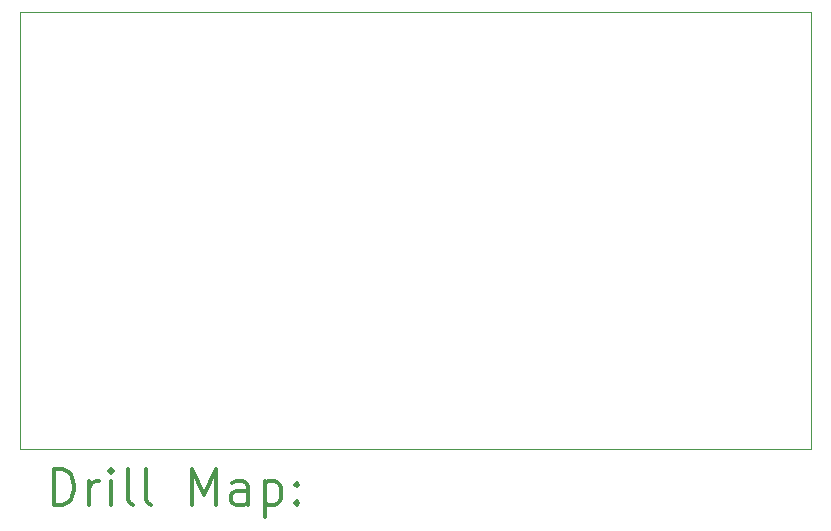
<source format=gbr>
%FSLAX45Y45*%
G04 Gerber Fmt 4.5, Leading zero omitted, Abs format (unit mm)*
G04 Created by KiCad (PCBNEW (5.1.5-0)) date 2022-06-07 15:44:30*
%MOMM*%
%LPD*%
G04 APERTURE LIST*
%TA.AperFunction,Profile*%
%ADD10C,0.050000*%
%TD*%
%ADD11C,0.200000*%
%ADD12C,0.300000*%
G04 APERTURE END LIST*
D10*
X7000000Y-10500000D02*
X7000000Y-6800000D01*
X13700000Y-10500000D02*
X7000000Y-10500000D01*
X13700000Y-6800000D02*
X13700000Y-10500000D01*
X7000000Y-6800000D02*
X13700000Y-6800000D01*
D11*
D12*
X7283928Y-10968214D02*
X7283928Y-10668214D01*
X7355357Y-10668214D01*
X7398214Y-10682500D01*
X7426786Y-10711072D01*
X7441071Y-10739643D01*
X7455357Y-10796786D01*
X7455357Y-10839643D01*
X7441071Y-10896786D01*
X7426786Y-10925357D01*
X7398214Y-10953929D01*
X7355357Y-10968214D01*
X7283928Y-10968214D01*
X7583928Y-10968214D02*
X7583928Y-10768214D01*
X7583928Y-10825357D02*
X7598214Y-10796786D01*
X7612500Y-10782500D01*
X7641071Y-10768214D01*
X7669643Y-10768214D01*
X7769643Y-10968214D02*
X7769643Y-10768214D01*
X7769643Y-10668214D02*
X7755357Y-10682500D01*
X7769643Y-10696786D01*
X7783928Y-10682500D01*
X7769643Y-10668214D01*
X7769643Y-10696786D01*
X7955357Y-10968214D02*
X7926786Y-10953929D01*
X7912500Y-10925357D01*
X7912500Y-10668214D01*
X8112500Y-10968214D02*
X8083928Y-10953929D01*
X8069643Y-10925357D01*
X8069643Y-10668214D01*
X8455357Y-10968214D02*
X8455357Y-10668214D01*
X8555357Y-10882500D01*
X8655357Y-10668214D01*
X8655357Y-10968214D01*
X8926786Y-10968214D02*
X8926786Y-10811072D01*
X8912500Y-10782500D01*
X8883928Y-10768214D01*
X8826786Y-10768214D01*
X8798214Y-10782500D01*
X8926786Y-10953929D02*
X8898214Y-10968214D01*
X8826786Y-10968214D01*
X8798214Y-10953929D01*
X8783928Y-10925357D01*
X8783928Y-10896786D01*
X8798214Y-10868214D01*
X8826786Y-10853929D01*
X8898214Y-10853929D01*
X8926786Y-10839643D01*
X9069643Y-10768214D02*
X9069643Y-11068214D01*
X9069643Y-10782500D02*
X9098214Y-10768214D01*
X9155357Y-10768214D01*
X9183928Y-10782500D01*
X9198214Y-10796786D01*
X9212500Y-10825357D01*
X9212500Y-10911072D01*
X9198214Y-10939643D01*
X9183928Y-10953929D01*
X9155357Y-10968214D01*
X9098214Y-10968214D01*
X9069643Y-10953929D01*
X9341071Y-10939643D02*
X9355357Y-10953929D01*
X9341071Y-10968214D01*
X9326786Y-10953929D01*
X9341071Y-10939643D01*
X9341071Y-10968214D01*
X9341071Y-10782500D02*
X9355357Y-10796786D01*
X9341071Y-10811072D01*
X9326786Y-10796786D01*
X9341071Y-10782500D01*
X9341071Y-10811072D01*
M02*

</source>
